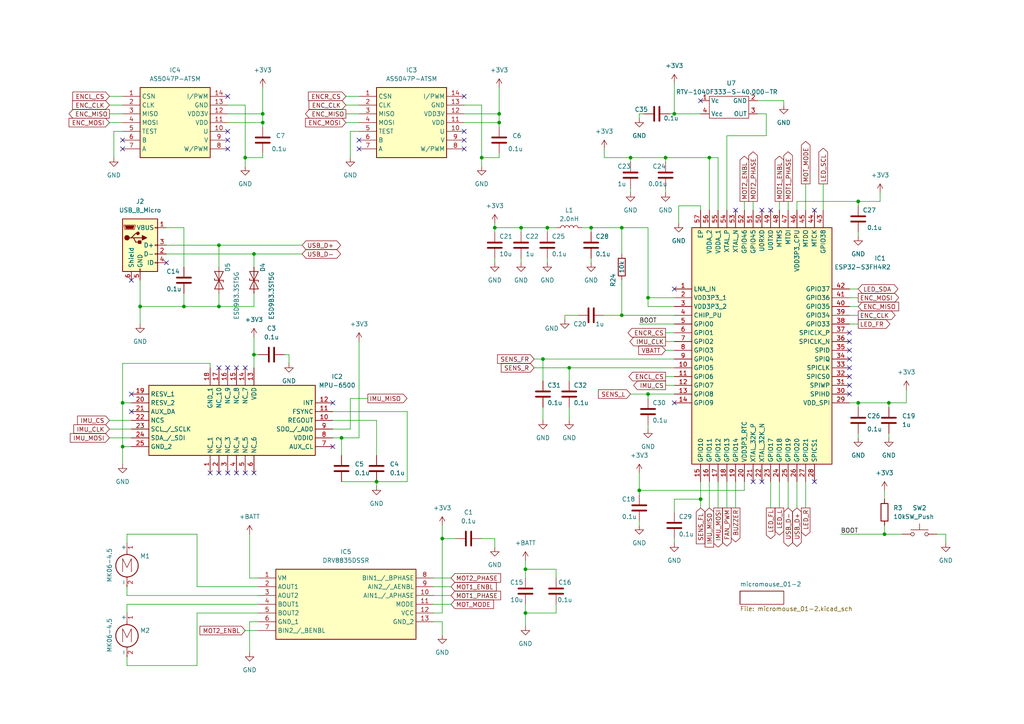
<source format=kicad_sch>
(kicad_sch (version 20230121) (generator eeschema)
  (paper "A4")
  (lib_symbols
    (symbol "AS5047P-ATSM:AS5047P-ATSM"
      (property "Reference" "IC" (at 26.67 7.62 0))
      (property "Value" "AS5047P-ATSM" (at 26.67 5.08 0))
      (symbol "AS5047P-ATSM_1_1"
        (pin passive line (at 0 0 0) (length 5.08) (name "CSN") (number "1"))
        (pin passive line (at 30.48 -10.16 180) (length 5.08) (name "U") (number "10"))
        (pin passive line (at 30.48 -7.62 180) (length 5.08) (name "VDD") (number "11"))
        (pin passive line (at 30.48 -5.08 180) (length 5.08) (name "VDD3V") (number "12"))
        (pin passive line (at 30.48 -2.54 180) (length 5.08) (name "GND") (number "13"))
        (pin passive line (at 30.48 0 180) (length 5.08) (name "I/PWM") (number "14"))
        (pin passive line (at 0 -2.54 0) (length 5.08) (name "CLK") (number "2"))
        (pin passive line (at 0 -5.08 0) (length 5.08) (name "MISO") (number "3"))
        (pin passive line (at 0 -7.62 0) (length 5.08) (name "MOSI") (number "4"))
        (pin passive line (at 0 -10.16 0) (length 5.08) (name "TEST") (number "5"))
        (pin passive line (at 0 -12.7 0) (length 5.08) (name "B") (number "6"))
        (pin passive line (at 0 -15.24 0) (length 5.08) (name "A") (number "7"))
        (pin passive line (at 30.48 -15.24 180) (length 5.08) (name "W/PWM") (number "8"))
        (pin passive line (at 30.48 -12.7 180) (length 5.08) (name "V") (number "9"))
      )
    )
    (symbol "Connector:USB_B_Micro" (pin_names (offset 1.016))
      (property "Reference" "J" (at -5.08 11.43 0))
      (property "Value" "USB_B_Micro" (at -5.08 8.89 0))
      (symbol "USB_B_Micro_1_1"
        (pin power_out line (at 7.62 5.08 180) (length 2.54) (name "VBUS") (number "1"))
        (pin bidirectional line (at 7.62 -2.54 180) (length 2.54) (name "D-") (number "2"))
        (pin bidirectional line (at 7.62 0 180) (length 2.54) (name "D+") (number "3"))
        (pin passive line (at 7.62 -5.08 180) (length 2.54) (name "ID") (number "4"))
        (pin power_out line (at 0 -10.16 90) (length 2.54) (name "GND") (number "5"))
        (pin passive line (at -2.54 -10.16 90) (length 2.54) (name "Shield") (number "6"))
      )
    )
    (symbol "DRV8835DSSR:DRV8835DSSR"
      (property "Reference" "IC" (at 46.99 7.62 0))
      (property "Value" "DRV8835DSSR" (at 46.99 5.08 0))
      (symbol "DRV8835DSSR_1_1"
        (pin passive line (at 0 0 0) (length 5.08) (name "VM") (number "1"))
        (pin passive line (at 50.8 -5.08 180) (length 5.08) (name "AIN1_/_APHASE") (number "10"))
        (pin passive line (at 50.8 -7.62 180) (length 5.08) (name "MODE") (number "11"))
        (pin passive line (at 50.8 -10.16 180) (length 5.08) (name "VCC") (number "12"))
        (pin passive line (at 50.8 -12.7 180) (length 5.08) (name "GND_2") (number "13"))
        (pin passive line (at 0 -2.54 0) (length 5.08) (name "AOUT1") (number "2"))
        (pin passive line (at 0 -5.08 0) (length 5.08) (name "AOUT2") (number "3"))
        (pin passive line (at 0 -7.62 0) (length 5.08) (name "BOUT1") (number "4"))
        (pin passive line (at 0 -10.16 0) (length 5.08) (name "BOUT2") (number "5"))
        (pin passive line (at 0 -12.7 0) (length 5.08) (name "GND_1") (number "6"))
        (pin passive line (at 0 -15.24 0) (length 5.08) (name "BIN2_/_BENBL") (number "7"))
        (pin passive line (at 50.8 0 180) (length 5.08) (name "BIN1_/_BPHASE") (number "8"))
        (pin passive line (at 50.8 -2.54 180) (length 5.08) (name "AIN2_/_AENBL") (number "9"))
      )
    )
    (symbol "Device:C" (pin_numbers hide) (pin_names (offset 0.254))
      (property "Reference" "C" (at 0.635 2.54 0))
      (property "Value" "C" (at 0.635 -2.54 0))
      (symbol "C_1_1"
        (pin passive line (at 0 3.81 270) (length 2.794) (name "~") (number "1"))
        (pin passive line (at 0 -3.81 90) (length 2.794) (name "~") (number "2"))
      )
    )
    (symbol "Device:L" (pin_numbers hide) (pin_names (offset 1.016) hide)
      (property "Reference" "L" (at -1.27 0 90))
      (property "Value" "L" (at 1.905 0 90))
      (symbol "L_1_1"
        (pin passive line (at 0 3.81 270) (length 1.27) (name "1") (number "1"))
        (pin passive line (at 0 -3.81 90) (length 1.27) (name "2") (number "2"))
      )
    )
    (symbol "Device:R" (pin_numbers hide) (pin_names (offset 0))
      (property "Reference" "R" (at 2.032 0 90))
      (property "Value" "R" (at 0 0 90))
      (symbol "R_1_1"
        (pin passive line (at 0 3.81 270) (length 1.27) (name "~") (number "1"))
        (pin passive line (at 0 -3.81 90) (length 1.27) (name "~") (number "2"))
      )
    )
    (symbol "Diode:ESD9B3.3ST5G" (pin_numbers hide) (pin_names (offset 1.016) hide)
      (property "Reference" "D" (at 0 2.54 0))
      (property "Value" "ESD9B3.3ST5G" (at 0 -2.54 0))
      (symbol "ESD9B3.3ST5G_1_1"
        (pin passive line (at -3.81 0 0) (length 2.54) (name "A1") (number "1"))
        (pin passive line (at 3.81 0 180) (length 2.54) (name "A2") (number "2"))
      )
    )
    (symbol "ESP32-S3FH4R2:ESP32-S3FH4R2"
      (property "Reference" "IC" (at 46.99 22.86 0))
      (property "Value" "ESP32-S3FH4R2" (at 46.99 20.32 0))
      (symbol "ESP32-S3FH4R2_1_1"
        (pin passive line (at 0 0 0) (length 5.08) (name "LNA_IN") (number "1"))
        (pin passive line (at 0 -22.86 0) (length 5.08) (name "GPIO5") (number "10"))
        (pin passive line (at 0 -25.4 0) (length 5.08) (name "GPIO6") (number "11"))
        (pin passive line (at 0 -27.94 0) (length 5.08) (name "GPIO7") (number "12"))
        (pin passive line (at 0 -30.48 0) (length 5.08) (name "GPIO8") (number "13"))
        (pin passive line (at 0 -33.02 0) (length 5.08) (name "GPIO9") (number "14"))
        (pin passive line (at 7.62 -55.88 90) (length 5.08) (name "GPIO10") (number "15"))
        (pin passive line (at 10.16 -55.88 90) (length 5.08) (name "GPIO11") (number "16"))
        (pin passive line (at 12.7 -55.88 90) (length 5.08) (name "GPIO12") (number "17"))
        (pin passive line (at 15.24 -55.88 90) (length 5.08) (name "GPIO13") (number "18"))
        (pin passive line (at 17.78 -55.88 90) (length 5.08) (name "GPIO14") (number "19"))
        (pin passive line (at 0 -2.54 0) (length 5.08) (name "VDD3P3_1") (number "2"))
        (pin passive line (at 20.32 -55.88 90) (length 5.08) (name "VDD3P3_RTC") (number "20"))
        (pin passive line (at 22.86 -55.88 90) (length 5.08) (name "XTAL_32K_P") (number "21"))
        (pin passive line (at 25.4 -55.88 90) (length 5.08) (name "XTAL_32K_N") (number "22"))
        (pin passive line (at 27.94 -55.88 90) (length 5.08) (name "GPIO17") (number "23"))
        (pin passive line (at 30.48 -55.88 90) (length 5.08) (name "GPIO18") (number "24"))
        (pin passive line (at 33.02 -55.88 90) (length 5.08) (name "GPIO19") (number "25"))
        (pin passive line (at 35.56 -55.88 90) (length 5.08) (name "GPIO20") (number "26"))
        (pin passive line (at 38.1 -55.88 90) (length 5.08) (name "GPIO21") (number "27"))
        (pin passive line (at 40.64 -55.88 90) (length 5.08) (name "SPICS1") (number "28"))
        (pin passive line (at 50.8 -33.02 180) (length 5.08) (name "VDD_SPI") (number "29"))
        (pin passive line (at 0 -5.08 0) (length 5.08) (name "VDD3P3_2") (number "3"))
        (pin passive line (at 50.8 -30.48 180) (length 5.08) (name "SPIHD") (number "30"))
        (pin passive line (at 50.8 -27.94 180) (length 5.08) (name "SPIWP") (number "31"))
        (pin passive line (at 50.8 -25.4 180) (length 5.08) (name "SPICS0") (number "32"))
        (pin passive line (at 50.8 -22.86 180) (length 5.08) (name "SPICLK") (number "33"))
        (pin passive line (at 50.8 -20.32 180) (length 5.08) (name "SPIQ") (number "34"))
        (pin passive line (at 50.8 -17.78 180) (length 5.08) (name "SPID") (number "35"))
        (pin passive line (at 50.8 -15.24 180) (length 5.08) (name "SPICLK_N") (number "36"))
        (pin passive line (at 50.8 -12.7 180) (length 5.08) (name "SPICLK_P") (number "37"))
        (pin passive line (at 50.8 -10.16 180) (length 5.08) (name "GPIO33") (number "38"))
        (pin passive line (at 50.8 -7.62 180) (length 5.08) (name "GPIO34") (number "39"))
        (pin passive line (at 0 -7.62 0) (length 5.08) (name "CHIP_PU") (number "4"))
        (pin passive line (at 50.8 -5.08 180) (length 5.08) (name "GPIO35") (number "40"))
        (pin passive line (at 50.8 -2.54 180) (length 5.08) (name "GPIO36") (number "41"))
        (pin passive line (at 50.8 0 180) (length 5.08) (name "GPIO37") (number "42"))
        (pin passive line (at 43.18 22.86 270) (length 5.08) (name "GPIO38") (number "43"))
        (pin passive line (at 40.64 22.86 270) (length 5.08) (name "MTCK") (number "44"))
        (pin passive line (at 38.1 22.86 270) (length 5.08) (name "MTDO") (number "45"))
        (pin passive line (at 35.56 22.86 270) (length 5.08) (name "VDD3P3_CPU") (number "46"))
        (pin passive line (at 33.02 22.86 270) (length 5.08) (name "MTDI") (number "47"))
        (pin passive line (at 30.48 22.86 270) (length 5.08) (name "MTMS") (number "48"))
        (pin passive line (at 27.94 22.86 270) (length 5.08) (name "U0TXD") (number "49"))
        (pin passive line (at 0 -10.16 0) (length 5.08) (name "GPIO0") (number "5"))
        (pin passive line (at 25.4 22.86 270) (length 5.08) (name "U0RXD") (number "50"))
        (pin passive line (at 22.86 22.86 270) (length 5.08) (name "GPIO45") (number "51"))
        (pin passive line (at 20.32 22.86 270) (length 5.08) (name "GPIO46") (number "52"))
        (pin passive line (at 17.78 22.86 270) (length 5.08) (name "XTAL_N") (number "53"))
        (pin passive line (at 15.24 22.86 270) (length 5.08) (name "XTAL_P") (number "54"))
        (pin passive line (at 12.7 22.86 270) (length 5.08) (name "VDDA_1") (number "55"))
        (pin passive line (at 10.16 22.86 270) (length 5.08) (name "VDDA_2") (number "56"))
        (pin passive line (at 7.62 22.86 270) (length 5.08) (name "EP") (number "57"))
        (pin passive line (at 0 -12.7 0) (length 5.08) (name "GPIO1") (number "6"))
        (pin passive line (at 0 -15.24 0) (length 5.08) (name "GPIO2") (number "7"))
        (pin passive line (at 0 -17.78 0) (length 5.08) (name "GPIO3") (number "8"))
        (pin passive line (at 0 -20.32 0) (length 5.08) (name "GPIO4") (number "9"))
      )
    )
    (symbol "MPU-6500:MPU-6500"
      (property "Reference" "IC" (at 26.67 22.86 0))
      (property "Value" "MPU-6500" (at 26.67 20.32 0))
      (symbol "MPU-6500_1_1"
        (pin passive line (at 0 0 0) (length 5.08) (name "NC_1") (number "1"))
        (pin passive line (at 15.24 -35.56 90) (length 5.08) (name "REGOUT") (number "10"))
        (pin passive line (at 17.78 -35.56 90) (length 5.08) (name "FSYNC") (number "11"))
        (pin passive line (at 20.32 -35.56 90) (length 5.08) (name "INT") (number "12"))
        (pin passive line (at 30.48 -12.7 180) (length 5.08) (name "VDD") (number "13"))
        (pin passive line (at 30.48 -10.16 180) (length 5.08) (name "NC_7") (number "14"))
        (pin passive line (at 30.48 -7.62 180) (length 5.08) (name "NC_8") (number "15"))
        (pin passive line (at 30.48 -5.08 180) (length 5.08) (name "NC_9") (number "16"))
        (pin passive line (at 30.48 -2.54 180) (length 5.08) (name "NC_10") (number "17"))
        (pin passive line (at 30.48 0 180) (length 5.08) (name "GND_1") (number "18"))
        (pin passive line (at 22.86 22.86 270) (length 5.08) (name "RESV_1") (number "19"))
        (pin passive line (at 0 -2.54 0) (length 5.08) (name "NC_2") (number "2"))
        (pin passive line (at 20.32 22.86 270) (length 5.08) (name "RESV_2") (number "20"))
        (pin passive line (at 17.78 22.86 270) (length 5.08) (name "AUX_DA") (number "21"))
        (pin passive line (at 15.24 22.86 270) (length 5.08) (name "NCS") (number "22"))
        (pin passive line (at 12.7 22.86 270) (length 5.08) (name "SCL_/_SCLK") (number "23"))
        (pin passive line (at 10.16 22.86 270) (length 5.08) (name "SDA_/_SDI") (number "24"))
        (pin passive line (at 7.62 22.86 270) (length 5.08) (name "GND_2") (number "25"))
        (pin passive line (at 0 -5.08 0) (length 5.08) (name "NC_3") (number "3"))
        (pin passive line (at 0 -7.62 0) (length 5.08) (name "NC_4") (number "4"))
        (pin passive line (at 0 -10.16 0) (length 5.08) (name "NC_5") (number "5"))
        (pin passive line (at 0 -12.7 0) (length 5.08) (name "NC_6") (number "6"))
        (pin passive line (at 7.62 -35.56 90) (length 5.08) (name "AUX_CL") (number "7"))
        (pin passive line (at 10.16 -35.56 90) (length 5.08) (name "VDDIO") (number "8"))
        (pin passive line (at 12.7 -35.56 90) (length 5.08) (name "SDO_/_AD0") (number "9"))
      )
    )
    (symbol "Motor:Motor_DC" (pin_names (offset 0))
      (property "Reference" "M" (at 2.54 2.54 0))
      (property "Value" "Motor_DC" (at 2.54 -5.08 0))
      (symbol "Motor_DC_1_1"
        (pin passive line (at 0 5.08 270) (length 2.54) (name "+") (number "1"))
        (pin passive line (at 0 -7.62 90) (length 2.54) (name "-") (number "2"))
      )
    )
    (symbol "RTV-104DF333-S-40.000-TR:RTV-104DF333-S-40.000-TR"
      (property "Reference" "U7" (at 1.27 5.08 0))
      (symbol "RTV-104DF333-S-40.000-TR_1_1"
        (pin input line (at -7.62 0 0) (length 2.54) (name "Vc") (number "1"))
        (pin input line (at 8.89 0 180) (length 2.54) (name "GND") (number "2"))
        (pin input line (at 8.89 -3.81 180) (length 2.54) (name "OUT") (number "3"))
        (pin input line (at -7.62 -3.81 0) (length 2.54) (name "Vcc") (number "4"))
      )
    )
    (symbol "Switch:SW_Push" (pin_numbers hide) (pin_names (offset 1.016) hide)
      (property "Reference" "SW" (at 1.27 2.54 0))
      (property "Value" "SW_Push" (at 0 -1.524 0))
      (symbol "SW_Push_0_1"
        (pin passive line (at -5.08 0 0) (length 2.54) (name "1") (number "1"))
        (pin passive line (at 5.08 0 180) (length 2.54) (name "2") (number "2"))
      )
    )
    (symbol "power:+3V3" (power) (pin_names (offset 0))
      (property "Value" "+3V3" (at 0 3.556 0))
      (symbol "+3V3_1_1"
        (pin power_in line (at 0 0 90) (length 0) hide (name "+3V3") (number "1"))
      )
    )
    (symbol "power:+BATT" (power) (pin_names (offset 0))
      (property "Value" "+BATT" (at 0 3.556 0))
      (symbol "+BATT_1_1"
        (pin power_in line (at 0 0 90) (length 0) hide (name "+BATT") (number "1"))
      )
    )
    (symbol "power:GND" (power) (pin_names (offset 0))
      (property "Value" "GND" (at 0 -3.81 0))
      (symbol "GND_1_1"
        (pin power_in line (at 0 0 270) (length 0) hide (name "GND") (number "1"))
      )
    )
  )
  (junction (at 143.51 66.04))
  (junction (at 35.56 116.84))
  (junction (at 144.78 33.02))
  (junction (at 195.58 33.02))
  (junction (at 256.54 154.94))
  (junction (at 203.2 144.78))
  (junction (at 71.12 45.72))
  (junction (at 158.75 66.04))
  (junction (at 139.7 45.72))
  (junction (at 180.34 91.44))
  (junction (at 76.2 35.56))
  (junction (at 165.1 106.68))
  (junction (at 35.56 129.54))
  (junction (at 187.96 86.36))
  (junction (at 63.5 71.12))
  (junction (at 257.81 116.84))
  (junction (at 73.66 73.66))
  (junction (at 76.2 33.02))
  (junction (at 128.27 156.21))
  (junction (at 180.34 66.04))
  (junction (at 53.34 88.9))
  (junction (at 40.64 88.9))
  (junction (at 185.42 142.24))
  (junction (at 63.5 88.9))
  (junction (at 151.13 66.04))
  (junction (at 248.92 116.84))
  (junction (at 109.22 139.7))
  (junction (at 193.04 45.72))
  (junction (at 73.66 102.87))
  (junction (at 171.45 66.04))
  (junction (at 152.4 177.8))
  (junction (at 99.06 127))
  (junction (at 248.92 58.42))
  (junction (at 152.4 165.1))
  (junction (at 187.96 114.3))
  (junction (at 144.78 35.56))
  (junction (at 157.48 104.14))
  (junction (at 205.74 45.72))
  (junction (at 182.88 45.72))
  (no_connect (at 246.38 104.14))
  (no_connect (at 246.38 114.3))
  (no_connect (at 246.38 99.06))
  (no_connect (at 220.98 60.96))
  (no_connect (at 96.52 116.84))
  (no_connect (at 203.2 29.21))
  (no_connect (at 66.04 106.68))
  (no_connect (at 96.52 129.54))
  (no_connect (at 73.66 137.16))
  (no_connect (at 66.04 43.18))
  (no_connect (at 236.22 139.7))
  (no_connect (at 68.58 106.68))
  (no_connect (at 223.52 60.96))
  (no_connect (at 60.96 137.16))
  (no_connect (at 134.62 27.94))
  (no_connect (at 246.38 109.22))
  (no_connect (at 66.04 27.94))
  (no_connect (at 71.12 137.16))
  (no_connect (at 246.38 111.76))
  (no_connect (at 236.22 60.96))
  (no_connect (at 134.62 38.1))
  (no_connect (at 246.38 96.52))
  (no_connect (at 66.04 40.64))
  (no_connect (at 68.58 137.16))
  (no_connect (at 63.5 106.68))
  (no_connect (at 66.04 38.1))
  (no_connect (at 66.04 137.16))
  (no_connect (at 38.1 114.3))
  (no_connect (at 246.38 106.68))
  (no_connect (at 195.58 83.82))
  (no_connect (at 35.56 43.18))
  (no_connect (at 218.44 139.7))
  (no_connect (at 63.5 137.16))
  (no_connect (at 213.36 60.96))
  (no_connect (at 220.98 139.7))
  (no_connect (at 38.1 119.38))
  (no_connect (at 134.62 40.64))
  (no_connect (at 246.38 101.6))
  (no_connect (at 104.14 40.64))
  (no_connect (at 48.26 76.2))
  (no_connect (at 35.56 40.64))
  (no_connect (at 71.12 106.68))
  (no_connect (at 38.1 81.28))
  (no_connect (at 104.14 43.18))
  (no_connect (at 134.62 43.18))
  (no_connect (at 195.58 116.84))
  (wire (pts (xy 139.7 156.21) (xy 143.51 156.21)))
  (wire (pts (xy 248.92 127) (xy 248.92 125.73)))
  (wire (pts (xy 203.2 144.78) (xy 203.2 147.32)))
  (wire (pts (xy 182.88 54.61) (xy 182.88 55.88)))
  (wire (pts (xy 151.13 67.31) (xy 151.13 66.04)))
  (wire (pts (xy 152.4 165.1) (xy 152.4 167.64)))
  (wire (pts (xy 203.2 59.69) (xy 203.2 60.96)))
  (wire (pts (xy 196.85 59.69) (xy 196.85 64.77)))
  (wire (pts (xy 154.94 106.68) (xy 165.1 106.68)))
  (wire (pts (xy 219.71 33.02) (xy 222.25 33.02)))
  (wire (pts (xy 109.22 121.92) (xy 96.52 121.92)))
  (wire (pts (xy 163.83 91.44) (xy 167.64 91.44)))
  (wire (pts (xy 203.2 139.7) (xy 203.2 144.78)))
  (wire (pts (xy 35.56 129.54) (xy 35.56 134.62)))
  (wire (pts (xy 125.73 167.64) (xy 130.81 167.64)))
  (wire (pts (xy 158.75 66.04) (xy 161.29 66.04)))
  (wire (pts (xy 100.33 30.48) (xy 104.14 30.48)))
  (wire (pts (xy 101.6 115.57) (xy 101.6 124.46)))
  (wire (pts (xy 31.75 35.56) (xy 35.56 35.56)))
  (wire (pts (xy 248.92 118.11) (xy 248.92 116.84)))
  (wire (pts (xy 73.66 102.87) (xy 73.66 106.68)))
  (wire (pts (xy 63.5 88.9) (xy 73.66 88.9)))
  (wire (pts (xy 215.9 58.42) (xy 215.9 60.96)))
  (wire (pts (xy 128.27 180.34) (xy 128.27 184.15)))
  (wire (pts (xy 168.91 66.04) (xy 171.45 66.04)))
  (wire (pts (xy 134.62 35.56) (xy 144.78 35.56)))
  (wire (pts (xy 186.69 33.02) (xy 185.42 33.02)))
  (wire (pts (xy 205.74 139.7) (xy 205.74 147.32)))
  (wire (pts (xy 175.26 43.18) (xy 175.26 45.72)))
  (wire (pts (xy 101.6 38.1) (xy 101.6 45.72)))
  (wire (pts (xy 96.52 119.38) (xy 118.11 119.38)))
  (wire (pts (xy 215.9 142.24) (xy 215.9 139.7)))
  (wire (pts (xy 118.11 139.7) (xy 109.22 139.7)))
  (wire (pts (xy 71.12 45.72) (xy 76.2 45.72)))
  (wire (pts (xy 154.94 104.14) (xy 157.48 104.14)))
  (wire (pts (xy 40.64 88.9) (xy 40.64 93.98)))
  (wire (pts (xy 33.02 38.1) (xy 33.02 45.72)))
  (wire (pts (xy 193.04 45.72) (xy 193.04 46.99)))
  (wire (pts (xy 175.26 91.44) (xy 180.34 91.44)))
  (wire (pts (xy 104.14 99.06) (xy 104.14 127)))
  (wire (pts (xy 231.14 58.42) (xy 231.14 60.96)))
  (wire (pts (xy 246.38 88.9) (xy 248.92 88.9)))
  (wire (pts (xy 60.96 105.41) (xy 35.56 105.41)))
  (wire (pts (xy 171.45 67.31) (xy 171.45 66.04)))
  (wire (pts (xy 187.96 88.9) (xy 195.58 88.9)))
  (wire (pts (xy 152.4 177.8) (xy 152.4 181.61)))
  (wire (pts (xy 76.2 36.83) (xy 76.2 35.56)))
  (wire (pts (xy 195.58 144.78) (xy 203.2 144.78)))
  (wire (pts (xy 53.34 88.9) (xy 63.5 88.9)))
  (wire (pts (xy 125.73 172.72) (xy 130.81 172.72)))
  (wire (pts (xy 233.68 139.7) (xy 233.68 147.32)))
  (wire (pts (xy 76.2 33.02) (xy 76.2 35.56)))
  (wire (pts (xy 63.5 71.12) (xy 63.5 77.47)))
  (wire (pts (xy 73.66 97.79) (xy 73.66 102.87)))
  (wire (pts (xy 57.15 170.18) (xy 74.93 170.18)))
  (wire (pts (xy 195.58 24.13) (xy 195.58 33.02)))
  (wire (pts (xy 57.15 154.94) (xy 36.83 154.94)))
  (wire (pts (xy 187.96 114.3) (xy 195.58 114.3)))
  (wire (pts (xy 31.75 30.48) (xy 35.56 30.48)))
  (wire (pts (xy 210.82 139.7) (xy 210.82 147.32)))
  (wire (pts (xy 139.7 45.72) (xy 144.78 45.72)))
  (wire (pts (xy 203.2 33.02) (xy 195.58 33.02)))
  (wire (pts (xy 128.27 152.4) (xy 128.27 156.21)))
  (wire (pts (xy 31.75 127) (xy 38.1 127)))
  (wire (pts (xy 36.83 172.72) (xy 74.93 172.72)))
  (wire (pts (xy 238.76 53.34) (xy 238.76 60.96)))
  (wire (pts (xy 161.29 177.8) (xy 152.4 177.8)))
  (wire (pts (xy 31.75 121.92) (xy 38.1 121.92)))
  (wire (pts (xy 231.14 58.42) (xy 248.92 58.42)))
  (wire (pts (xy 257.81 116.84) (xy 262.89 116.84)))
  (wire (pts (xy 99.06 127) (xy 99.06 132.08)))
  (wire (pts (xy 35.56 129.54) (xy 38.1 129.54)))
  (wire (pts (xy 208.28 139.7) (xy 208.28 147.32)))
  (wire (pts (xy 72.39 180.34) (xy 74.93 180.34)))
  (wire (pts (xy 187.96 86.36) (xy 195.58 86.36)))
  (wire (pts (xy 219.71 29.21) (xy 227.33 29.21)))
  (wire (pts (xy 31.75 33.02) (xy 35.56 33.02)))
  (wire (pts (xy 161.29 165.1) (xy 152.4 165.1)))
  (wire (pts (xy 144.78 33.02) (xy 144.78 35.56)))
  (wire (pts (xy 193.04 96.52) (xy 195.58 96.52)))
  (wire (pts (xy 256.54 154.94) (xy 261.62 154.94)))
  (wire (pts (xy 35.56 116.84) (xy 35.56 129.54)))
  (wire (pts (xy 248.92 116.84) (xy 257.81 116.84)))
  (wire (pts (xy 233.68 53.34) (xy 233.68 60.96)))
  (wire (pts (xy 193.04 109.22) (xy 195.58 109.22)))
  (wire (pts (xy 194.31 33.02) (xy 195.58 33.02)))
  (wire (pts (xy 151.13 74.93) (xy 151.13 76.2)))
  (wire (pts (xy 125.73 177.8) (xy 128.27 177.8)))
  (wire (pts (xy 165.1 118.11) (xy 165.1 121.92)))
  (wire (pts (xy 152.4 175.26) (xy 152.4 177.8)))
  (wire (pts (xy 262.89 113.03) (xy 262.89 116.84)))
  (wire (pts (xy 187.96 86.36) (xy 187.96 88.9)))
  (wire (pts (xy 63.5 85.09) (xy 63.5 88.9)))
  (wire (pts (xy 182.88 114.3) (xy 187.96 114.3)))
  (wire (pts (xy 187.96 124.46) (xy 187.96 123.19)))
  (wire (pts (xy 48.26 73.66) (xy 73.66 73.66)))
  (wire (pts (xy 134.62 33.02) (xy 144.78 33.02)))
  (wire (pts (xy 228.6 58.42) (xy 228.6 60.96)))
  (wire (pts (xy 144.78 25.4) (xy 144.78 33.02)))
  (wire (pts (xy 100.33 35.56) (xy 104.14 35.56)))
  (wire (pts (xy 157.48 104.14) (xy 195.58 104.14)))
  (wire (pts (xy 246.38 86.36) (xy 248.92 86.36)))
  (wire (pts (xy 213.36 139.7) (xy 213.36 147.32)))
  (wire (pts (xy 76.2 44.45) (xy 76.2 45.72)))
  (wire (pts (xy 72.39 180.34) (xy 72.39 189.23)))
  (wire (pts (xy 255.27 55.88) (xy 255.27 58.42)))
  (wire (pts (xy 71.12 48.26) (xy 71.12 45.72)))
  (wire (pts (xy 256.54 152.4) (xy 256.54 154.94)))
  (wire (pts (xy 66.04 35.56) (xy 76.2 35.56)))
  (wire (pts (xy 180.34 66.04) (xy 180.34 73.66)))
  (wire (pts (xy 223.52 139.7) (xy 223.52 147.32)))
  (wire (pts (xy 57.15 177.8) (xy 57.15 193.04)))
  (wire (pts (xy 256.54 142.24) (xy 256.54 144.78)))
  (wire (pts (xy 125.73 175.26) (xy 130.81 175.26)))
  (wire (pts (xy 36.83 175.26) (xy 36.83 177.8)))
  (wire (pts (xy 158.75 67.31) (xy 158.75 66.04)))
  (wire (pts (xy 180.34 91.44) (xy 195.58 91.44)))
  (wire (pts (xy 271.78 154.94) (xy 274.32 154.94)))
  (wire (pts (xy 106.68 115.57) (xy 101.6 115.57)))
  (wire (pts (xy 36.83 170.18) (xy 36.83 172.72)))
  (wire (pts (xy 40.64 88.9) (xy 53.34 88.9)))
  (wire (pts (xy 128.27 156.21) (xy 132.08 156.21)))
  (wire (pts (xy 48.26 66.04) (xy 53.34 66.04)))
  (wire (pts (xy 63.5 71.12) (xy 87.63 71.12)))
  (wire (pts (xy 72.39 154.94) (xy 72.39 167.64)))
  (wire (pts (xy 57.15 154.94) (xy 57.15 170.18)))
  (wire (pts (xy 101.6 124.46) (xy 96.52 124.46)))
  (wire (pts (xy 274.32 154.94) (xy 274.32 157.48)))
  (wire (pts (xy 66.04 33.02) (xy 76.2 33.02)))
  (wire (pts (xy 193.04 101.6) (xy 195.58 101.6)))
  (wire (pts (xy 128.27 156.21) (xy 128.27 177.8)))
  (wire (pts (xy 35.56 105.41) (xy 35.56 116.84)))
  (wire (pts (xy 185.42 33.02) (xy 185.42 34.29)))
  (wire (pts (xy 152.4 162.56) (xy 152.4 165.1)))
  (wire (pts (xy 73.66 73.66) (xy 73.66 77.47)))
  (wire (pts (xy 246.38 91.44) (xy 248.92 91.44)))
  (wire (pts (xy 100.33 33.02) (xy 104.14 33.02)))
  (wire (pts (xy 227.33 29.21) (xy 227.33 30.48)))
  (wire (pts (xy 243.84 154.94) (xy 256.54 154.94)))
  (wire (pts (xy 187.96 66.04) (xy 187.96 86.36)))
  (wire (pts (xy 257.81 118.11) (xy 257.81 116.84)))
  (wire (pts (xy 83.82 102.87) (xy 83.82 105.41)))
  (wire (pts (xy 193.04 45.72) (xy 205.74 45.72)))
  (wire (pts (xy 222.25 33.02) (xy 222.25 39.37)))
  (wire (pts (xy 165.1 106.68) (xy 165.1 110.49)))
  (wire (pts (xy 57.15 177.8) (xy 74.93 177.8)))
  (wire (pts (xy 246.38 93.98) (xy 248.92 93.98)))
  (wire (pts (xy 185.42 142.24) (xy 215.9 142.24)))
  (wire (pts (xy 96.52 127) (xy 99.06 127)))
  (wire (pts (xy 134.62 30.48) (xy 139.7 30.48)))
  (wire (pts (xy 31.75 124.46) (xy 38.1 124.46)))
  (wire (pts (xy 231.14 139.7) (xy 231.14 147.32)))
  (wire (pts (xy 210.82 39.37) (xy 210.82 60.96)))
  (wire (pts (xy 143.51 67.31) (xy 143.51 66.04)))
  (wire (pts (xy 182.88 45.72) (xy 182.88 46.99)))
  (wire (pts (xy 180.34 66.04) (xy 187.96 66.04)))
  (wire (pts (xy 193.04 99.06) (xy 195.58 99.06)))
  (wire (pts (xy 53.34 85.09) (xy 53.34 88.9)))
  (wire (pts (xy 143.51 156.21) (xy 143.51 158.75)))
  (wire (pts (xy 248.92 58.42) (xy 255.27 58.42)))
  (wire (pts (xy 158.75 74.93) (xy 158.75 76.2)))
  (wire (pts (xy 228.6 139.7) (xy 228.6 147.32)))
  (wire (pts (xy 185.42 137.16) (xy 185.42 142.24)))
  (wire (pts (xy 208.28 45.72) (xy 208.28 60.96)))
  (wire (pts (xy 125.73 180.34) (xy 128.27 180.34)))
  (wire (pts (xy 40.64 81.28) (xy 40.64 88.9)))
  (wire (pts (xy 31.75 27.94) (xy 35.56 27.94)))
  (wire (pts (xy 72.39 167.64) (xy 74.93 167.64)))
  (wire (pts (xy 71.12 30.48) (xy 71.12 45.72)))
  (wire (pts (xy 73.66 102.87) (xy 74.93 102.87)))
  (wire (pts (xy 226.06 139.7) (xy 226.06 147.32)))
  (wire (pts (xy 218.44 58.42) (xy 218.44 60.96)))
  (wire (pts (xy 163.83 92.71) (xy 163.83 91.44)))
  (wire (pts (xy 48.26 71.12) (xy 63.5 71.12)))
  (wire (pts (xy 139.7 48.26) (xy 139.7 45.72)))
  (wire (pts (xy 222.25 39.37) (xy 210.82 39.37)))
  (wire (pts (xy 82.55 102.87) (xy 83.82 102.87)))
  (wire (pts (xy 208.28 45.72) (xy 205.74 45.72)))
  (wire (pts (xy 99.06 139.7) (xy 109.22 139.7)))
  (wire (pts (xy 193.04 111.76) (xy 195.58 111.76)))
  (wire (pts (xy 185.42 151.13) (xy 185.42 152.4)))
  (wire (pts (xy 118.11 119.38) (xy 118.11 139.7)))
  (wire (pts (xy 246.38 116.84) (xy 248.92 116.84)))
  (wire (pts (xy 161.29 167.64) (xy 161.29 165.1)))
  (wire (pts (xy 143.51 74.93) (xy 143.51 76.2)))
  (wire (pts (xy 109.22 139.7) (xy 109.22 140.97)))
  (wire (pts (xy 35.56 116.84) (xy 38.1 116.84)))
  (wire (pts (xy 248.92 59.69) (xy 248.92 58.42)))
  (wire (pts (xy 73.66 73.66) (xy 87.63 73.66)))
  (wire (pts (xy 195.58 144.78) (xy 195.58 148.59)))
  (wire (pts (xy 99.06 127) (xy 104.14 127)))
  (wire (pts (xy 53.34 77.47) (xy 53.34 66.04)))
  (wire (pts (xy 36.83 154.94) (xy 36.83 157.48)))
  (wire (pts (xy 171.45 66.04) (xy 180.34 66.04)))
  (wire (pts (xy 161.29 175.26) (xy 161.29 177.8)))
  (wire (pts (xy 73.66 85.09) (xy 73.66 88.9)))
  (wire (pts (xy 248.92 67.31) (xy 248.92 68.58)))
  (wire (pts (xy 109.22 132.08) (xy 109.22 121.92)))
  (wire (pts (xy 144.78 35.56) (xy 144.78 36.83)))
  (wire (pts (xy 187.96 115.57) (xy 187.96 114.3)))
  (wire (pts (xy 144.78 45.72) (xy 144.78 44.45)))
  (wire (pts (xy 185.42 142.24) (xy 185.42 143.51)))
  (wire (pts (xy 165.1 106.68) (xy 195.58 106.68)))
  (wire (pts (xy 36.83 193.04) (xy 57.15 193.04)))
  (wire (pts (xy 257.81 127) (xy 257.81 125.73)))
  (wire (pts (xy 157.48 118.11) (xy 157.48 121.92)))
  (wire (pts (xy 66.04 30.48) (xy 71.12 30.48)))
  (wire (pts (xy 182.88 45.72) (xy 193.04 45.72)))
  (wire (pts (xy 143.51 66.04) (xy 151.13 66.04)))
  (wire (pts (xy 100.33 27.94) (xy 104.14 27.94)))
  (wire (pts (xy 171.45 74.93) (xy 171.45 76.2)))
  (wire (pts (xy 226.06 58.42) (xy 226.06 60.96)))
  (wire (pts (xy 180.34 81.28) (xy 180.34 91.44)))
  (wire (pts (xy 101.6 38.1) (xy 104.14 38.1)))
  (wire (pts (xy 193.04 54.61) (xy 193.04 55.88)))
  (wire (pts (xy 143.51 66.04) (xy 143.51 64.77)))
  (wire (pts (xy 175.26 45.72) (xy 182.88 45.72)))
  (wire (pts (xy 36.83 175.26) (xy 74.93 175.26)))
  (wire (pts (xy 157.48 104.14) (xy 157.48 110.49)))
  (wire (pts (xy 185.42 93.98) (xy 195.58 93.98)))
  (wire (pts (xy 203.2 59.69) (xy 196.85 59.69)))
  (wire (pts (xy 195.58 156.21) (xy 195.58 157.48)))
  (wire (pts (xy 139.7 30.48) (xy 139.7 45.72)))
  (wire (pts (xy 36.83 190.5) (xy 36.83 193.04)))
  (wire (pts (xy 35.56 38.1) (xy 33.02 38.1)))
  (wire (pts (xy 71.12 182.88) (xy 74.93 182.88)))
  (wire (pts (xy 60.96 105.41) (xy 60.96 106.68)))
  (wire (pts (xy 246.38 83.82) (xy 248.92 83.82)))
  (wire (pts (xy 76.2 25.4) (xy 76.2 33.02)))
  (wire (pts (xy 125.73 170.18) (xy 130.81 170.18)))
  (wire (pts (xy 151.13 66.04) (xy 158.75 66.04)))
  (wire (pts (xy 205.74 45.72) (xy 205.74 60.96)))
  (label "BOOT" (at 243.84 154.94 0))
  (label "BOOT" (at 185.42 93.98 0))
  (global_label "SENS_FR" (shape input) (at 154.94 104.14 180) (property "Intersheetrefs" "${INTERSHEET_REFS}" (effects hide)))
  (global_label "MOT2_ENBL" (shape output) (at 215.9 58.42 90) (property "Intersheetrefs" "${INTERSHEET_REFS}" (effects hide)))
  (global_label "ENC_MOSI" (shape output) (at 248.92 86.36 0) (property "Intersheetrefs" "${INTERSHEET_REFS}" (effects hide)))
  (global_label "IMU_CS" (shape output) (at 193.04 111.76 180) (property "Intersheetrefs" "${INTERSHEET_REFS}" (effects hide)))
  (global_label "LED_R" (shape output) (at 233.68 147.32 270) (property "Intersheetrefs" "${INTERSHEET_REFS}" (effects hide)))
  (global_label "SENS_FL" (shape input) (at 203.2 147.32 270) (property "Intersheetrefs" "${INTERSHEET_REFS}" (effects hide)))
  (global_label "MOT1_PHASE" (shape output) (at 228.6 58.42 90) (property "Intersheetrefs" "${INTERSHEET_REFS}" (effects hide)))
  (global_label "MOT_MODE" (shape output) (at 233.68 53.34 90) (property "Intersheetrefs" "${INTERSHEET_REFS}" (effects hide)))
  (global_label "USB_D+" (shape bidirectional) (at 231.14 147.32 270) (property "Intersheetrefs" "${INTERSHEET_REFS}" (effects hide)))
  (global_label "IMU_CLK" (shape input) (at 31.75 124.46 180) (property "Intersheetrefs" "${INTERSHEET_REFS}" (effects hide)))
  (global_label "SENS_R" (shape input) (at 154.94 106.68 180) (property "Intersheetrefs" "${INTERSHEET_REFS}" (effects hide)))
  (global_label "FAN_PWM" (shape output) (at 210.82 147.32 270) (property "Intersheetrefs" "${INTERSHEET_REFS}" (effects hide)))
  (global_label "ENC_MOSI" (shape input) (at 100.33 35.56 180) (property "Intersheetrefs" "${INTERSHEET_REFS}" (effects hide)))
  (global_label "IMU_MISO" (shape output) (at 106.68 115.57 0) (property "Intersheetrefs" "${INTERSHEET_REFS}" (effects hide)))
  (global_label "LED_SCL" (shape output) (at 238.76 53.34 90) (property "Intersheetrefs" "${INTERSHEET_REFS}" (effects hide)))
  (global_label "IMU_MOSI" (shape output) (at 208.28 147.32 270) (property "Intersheetrefs" "${INTERSHEET_REFS}" (effects hide)))
  (global_label "MOT2_ENBL" (shape input) (at 71.12 182.88 180) (property "Intersheetrefs" "${INTERSHEET_REFS}" (effects hide)))
  (global_label "USB_D-" (shape bidirectional) (at 87.63 73.66 0) (property "Intersheetrefs" "${INTERSHEET_REFS}" (effects hide)))
  (global_label "BUZZER" (shape output) (at 213.36 147.32 270) (property "Intersheetrefs" "${INTERSHEET_REFS}" (effects hide)))
  (global_label "MOT1_ENBL" (shape input) (at 130.81 170.18 0) (property "Intersheetrefs" "${INTERSHEET_REFS}" (effects hide)))
  (global_label "LED_FR" (shape output) (at 248.92 93.98 0) (property "Intersheetrefs" "${INTERSHEET_REFS}" (effects hide)))
  (global_label "MOT2_PHASE" (shape output) (at 218.44 58.42 90) (property "Intersheetrefs" "${INTERSHEET_REFS}" (effects hide)))
  (global_label "LED_L" (shape output) (at 226.06 147.32 270) (property "Intersheetrefs" "${INTERSHEET_REFS}" (effects hide)))
  (global_label "ENC_MOSI" (shape input) (at 31.75 35.56 180) (property "Intersheetrefs" "${INTERSHEET_REFS}" (effects hide)))
  (global_label "MOT_MODE" (shape input) (at 130.81 175.26 0) (property "Intersheetrefs" "${INTERSHEET_REFS}" (effects hide)))
  (global_label "ENCL_CS" (shape input) (at 31.75 27.94 180) (property "Intersheetrefs" "${INTERSHEET_REFS}" (effects hide)))
  (global_label "SENS_L" (shape input) (at 182.88 114.3 180) (property "Intersheetrefs" "${INTERSHEET_REFS}" (effects hide)))
  (global_label "ENCR_CS" (shape output) (at 193.04 96.52 180) (property "Intersheetrefs" "${INTERSHEET_REFS}" (effects hide)))
  (global_label "MOT1_ENBL" (shape output) (at 226.06 58.42 90) (property "Intersheetrefs" "${INTERSHEET_REFS}" (effects hide)))
  (global_label "ENC_MISO" (shape output) (at 31.75 33.02 180) (property "Intersheetrefs" "${INTERSHEET_REFS}" (effects hide)))
  (global_label "LED_SDA" (shape bidirectional) (at 248.92 83.82 0) (property "Intersheetrefs" "${INTERSHEET_REFS}" (effects hide)))
  (global_label "IMU_CLK" (shape output) (at 193.04 99.06 180) (property "Intersheetrefs" "${INTERSHEET_REFS}" (effects hide)))
  (global_label "ENC_MISO" (shape output) (at 100.33 33.02 180) (property "Intersheetrefs" "${INTERSHEET_REFS}" (effects hide)))
  (global_label "MOT1_PHASE" (shape input) (at 130.81 172.72 0) (property "Intersheetrefs" "${INTERSHEET_REFS}" (effects hide)))
  (global_label "USB_D-" (shape bidirectional) (at 228.6 147.32 270) (property "Intersheetrefs" "${INTERSHEET_REFS}" (effects hide)))
  (global_label "USB_D+" (shape bidirectional) (at 87.63 71.12 0) (property "Intersheetrefs" "${INTERSHEET_REFS}" (effects hide)))
  (global_label "VBATT" (shape input) (at 193.04 101.6 180) (property "Intersheetrefs" "${INTERSHEET_REFS}" (effects hide)))
  (global_label "ENC_MISO" (shape input) (at 248.92 88.9 0) (property "Intersheetrefs" "${INTERSHEET_REFS}" (effects hide)))
  (global_label "IMU_MISO" (shape input) (at 205.74 147.32 270) (property "Intersheetrefs" "${INTERSHEET_REFS}" (effects hide)))
  (global_label "ENCL_CS" (shape output) (at 193.04 109.22 180) (property "Intersheetrefs" "${INTERSHEET_REFS}" (effects hide)))
  (global_label "LED_FL" (shape output) (at 223.52 147.32 270) (property "Intersheetrefs" "${INTERSHEET_REFS}" (effects hide)))
  (global_label "ENC_CLK" (shape input) (at 31.75 30.48 180) (property "Intersheetrefs" "${INTERSHEET_REFS}" (effects hide)))
  (global_label "IMU_MOSI" (shape input) (at 31.75 127 180) (property "Intersheetrefs" "${INTERSHEET_REFS}" (effects hide)))
  (global_label "ENC_CLK" (shape output) (at 248.92 91.44 0) (property "Intersheetrefs" "${INTERSHEET_REFS}" (effects hide)))
  (global_label "IMU_CS" (shape input) (at 31.75 121.92 180) (property "Intersheetrefs" "${INTERSHEET_REFS}" (effects hide)))
  (global_label "ENC_CLK" (shape input) (at 100.33 30.48 180) (property "Intersheetrefs" "${INTERSHEET_REFS}" (effects hide)))
  (global_label "MOT2_PHASE" (shape input) (at 130.81 167.64 0) (property "Intersheetrefs" "${INTERSHEET_REFS}" (effects hide)))
  (global_label "ENCR_CS" (shape input) (at 100.33 27.94 180) (property "Intersheetrefs" "${INTERSHEET_REFS}" (effects hide)))
  (symbol (lib_id "Device:C") (at 248.92 121.92 0) (unit 1)
    (property "Reference" "C26" (at 251.46 120.65 0) (effects (justify left)))
    (property "Value" "0.1u" (at 251.46 124.46 0) (effects (justify left)))
    (property "Footprint" "Capacitor_SMD:C_0402_1005Metric" (effects hide))
  )
  (symbol (lib_id "power:+3V3") (at 262.89 113.03 0) (unit 1)
    (property "Reference" "#PWR041" (effects hide))
    (property "Value" "+3V3" (at 262.89 107.95 0))
  )
  (symbol (lib_id "power:+BATT") (at 72.39 154.94 0) (unit 1)
    (property "Reference" "#PWR05" (effects hide))
    (property "Value" "+BATT" (at 72.39 149.86 0))
  )
  (symbol (lib_id "power:+3V3") (at 73.66 97.79 0) (unit 1)
    (property "Reference" "#PWR09" (effects hide))
    (property "Value" "+3V3" (at 73.66 92.71 0))
  )
  (symbol (lib_id "power:+3V3") (at 185.42 137.16 0) (unit 1)
    (property "Reference" "#PWR040" (effects hide))
    (property "Value" "+3V3" (at 185.42 132.08 0))
  )
  (symbol (lib_id "Device:C") (at 193.04 50.8 0) (unit 1)
    (property "Reference" "C24" (at 189.23 48.26 0) (effects (justify left)))
    (property "Value" "0.01u" (at 187.96 53.34 0) (effects (justify left)))
    (property "Footprint" "Capacitor_SMD:C_0402_1005Metric" (effects hide))
  )
  (symbol (lib_id "Device:C") (at 143.51 71.12 0) (unit 1)
    (property "Reference" "C21" (at 144.78 68.58 0) (effects (justify left)))
    (property "Value" "10u" (at 144.78 73.66 0) (effects (justify left)))
    (property "Footprint" "Capacitor_SMD:C_0603_1608Metric" (effects hide))
  )
  (symbol (lib_id "power:GND") (at 193.04 55.88 0) (unit 1)
    (property "Reference" "#PWR052" (effects hide))
    (property "Value" "GND" (at 193.04 60.96 0))
  )
  (symbol (lib_id "Device:C") (at 248.92 63.5 0) (unit 1)
    (property "Reference" "C27" (at 250.19 60.96 0) (effects (justify left)))
    (property "Value" "0.1u" (at 251.46 66.04 0) (effects (justify left)))
    (property "Footprint" "Capacitor_SMD:C_0402_1005Metric" (effects hide))
  )
  (symbol (lib_id "power:GND") (at 101.6 45.72 0) (unit 1)
    (property "Reference" "#PWR016" (effects hide))
    (property "Value" "GND" (at 101.6 50.8 0))
  )
  (symbol (lib_id "power:+3V3") (at 143.51 64.77 0) (unit 1)
    (property "Reference" "#PWR038" (effects hide))
    (property "Value" "+3V3" (at 143.51 59.69 0))
  )
  (symbol (lib_id "power:+BATT") (at 152.4 162.56 0) (unit 1)
    (property "Reference" "#PWR029" (effects hide))
    (property "Value" "+BATT" (at 152.4 157.48 0))
  )
  (symbol (lib_id "Device:C") (at 165.1 114.3 0) (unit 1)
    (property "Reference" "C32" (at 166.37 111.76 0) (effects (justify left)))
    (property "Value" "0.1u" (at 166.37 116.84 0) (effects (justify left)))
    (property "Footprint" "Capacitor_SMD:C_0402_1005Metric" (effects hide))
  )
  (symbol (lib_id "power:+3V3") (at 144.78 25.4 0) (unit 1)
    (property "Reference" "#PWR012" (effects hide))
    (property "Value" "+3V3" (at 144.78 20.32 0))
  )
  (symbol (lib_id "ESP32-S3FH4R2:ESP32-S3FH4R2") (at 195.58 83.82 0) (unit 1)
    (property "Reference" "IC1" (at 255.27 74.93 0))
    (property "Value" "ESP32-S3FH4R2" (at 250.19 77.47 0))
    (property "Footprint" "footprints:QFN40P700X700X90-57N-D" (effects hide))
    (property "Height" "0.9" (effects hide))
    (property "Mouser Part Number" "356-ESP32-S3FH4R2" (effects hide))
    (property "Mouser Price/Stock" "https://www.mouser.co.uk/ProductDetail/Espressif-Systems/ESP32-S3FH4R2?qs=tlsG%2FOw5FFjPrwkmZSBQNA%3D%3D" (effects hide))
    (property "Manufacturer_Name" "Espressif Systems" (effects hide))
    (property "Manufacturer_Part_Number" "ESP32-S3FH4R2" (effects hide))
  )
  (symbol (lib_id "power:GND") (at 248.92 127 0) (unit 1)
    (property "Reference" "#PWR055" (effects hide))
    (property "Value" "GND" (at 248.92 132.08 0))
  )
  (symbol (lib_id "power:GND") (at 163.83 92.71 0) (unit 1)
    (property "Reference" "#PWR049" (effects hide))
    (property "Value" "GND" (at 160.02 95.25 0))
  )
  (symbol (lib_id "Device:C") (at 190.5 33.02 90) (unit 1)
    (property "Reference" "C35" (at 187.96 31.75 90) (effects (justify left)))
    (property "Value" "0.1u" (at 196.85 34.29 90) (effects (justify left)))
    (property "Footprint" "Capacitor_SMD:C_0402_1005Metric" (effects hide))
  )
  (symbol (lib_id "power:GND") (at 143.51 158.75 0) (unit 1)
    (property "Reference" "#PWR06" (effects hide))
    (property "Value" "GND" (at 143.51 163.83 0))
  )
  (symbol (lib_id "Device:C") (at 158.75 71.12 0) (unit 1)
    (property "Reference" "C25" (at 160.02 68.58 0) (effects (justify left)))
    (property "Value" "0.1u" (at 160.02 73.66 0) (effects (justify left)))
    (property "Footprint" "Capacitor_SMD:C_0402_1005Metric" (effects hide))
  )
  (symbol (lib_id "power:GND") (at 187.96 124.46 0) (unit 1)
    (property "Reference" "#PWR059" (effects hide))
    (property "Value" "GND" (at 187.96 129.54 0))
  )
  (symbol (lib_id "power:GND") (at 165.1 121.92 0) (unit 1)
    (property "Reference" "#PWR061" (effects hide))
    (property "Value" "GND" (at 165.1 127 0))
  )
  (symbol (lib_id "power:GND") (at 196.85 64.77 0) (unit 1)
    (property "Reference" "#PWR01" (effects hide))
    (property "Value" "GND" (at 196.85 69.85 0))
  )
  (symbol (lib_id "AS5047P-ATSM:AS5047P-ATSM") (at 35.56 27.94 0) (unit 1)
    (property "Reference" "IC4" (at 50.8 20.32 0))
    (property "Value" "AS5047P-ATSM" (at 50.8 22.86 0))
    (property "Footprint" "footprints:SOP65P640X120-14N" (effects hide))
    (property "Datasheet" "https://datasheet.datasheetarchive.com/originals/distributors/DKDS-7/120640.pdf" (effects hide))
    (property "Height" "1.2" (effects hide))
    (property "Mouser Part Number" "985-AS5047P-ATSM" (effects hide))
    (property "Mouser Price/Stock" "https://www.mouser.co.uk/ProductDetail/ams/AS5047P-ATSM?qs=cGEy3R83DS8fzNOVLHtOgg%3D%3D" (effects hide))
    (property "Manufacturer_Name" "ams" (effects hide))
    (property "Manufacturer_Part_Number" "AS5047P-ATSM" (effects hide))
  )
  (symbol (lib_id "power:GND") (at 185.42 34.29 0) (unit 1)
    (property "Reference" "#PWR065" (effects hide))
    (property "Value" "GND" (at 185.42 39.37 0))
  )
  (symbol (lib_id "Device:C") (at 109.22 135.89 0) (unit 1)
    (property "Reference" "C4" (at 113.03 134.62 0) (effects (justify left)))
    (property "Value" "0.1u" (at 113.03 137.16 0) (effects (justify left)))
    (property "Footprint" "Capacitor_SMD:C_0402_1005Metric" (effects hide))
  )
  (symbol (lib_id "power:GND") (at 182.88 55.88 0) (unit 1)
    (property "Reference" "#PWR048" (effects hide))
    (property "Value" "GND" (at 182.88 60.96 0))
  )
  (symbol (lib_id "Device:L") (at 165.1 66.04 90) (unit 1)
    (property "Reference" "L1" (at 165.1 60.96 90))
    (property "Value" "2.0nH" (at 165.1 63.5 90))
    (property "Footprint" "Inductor_SMD:L_0402_1005Metric" (effects hide))
  )
  (symbol (lib_id "Device:C") (at 76.2 40.64 0) (unit 1)
    (property "Reference" "C7" (at 80.01 39.37 0) (effects (justify left)))
    (property "Value" "0.1u" (at 78.74 43.18 0) (effects (justify left)))
    (property "Footprint" "Capacitor_SMD:C_0402_1005Metric" (effects hide))
  )
  (symbol (lib_id "Device:C") (at 157.48 114.3 0) (unit 1)
    (property "Reference" "C31" (at 158.75 111.76 0) (effects (justify left)))
    (property "Value" "0.1u" (at 158.75 116.84 0) (effects (justify left)))
    (property "Footprint" "Capacitor_SMD:C_0402_1005Metric" (effects hide))
  )
  (symbol (lib_id "Device:C") (at 151.13 71.12 0) (unit 1)
    (property "Reference" "C22" (at 152.4 68.58 0) (effects (justify left)))
    (property "Value" "1u" (at 152.4 73.66 0) (effects (justify left)))
    (property "Footprint" "Capacitor_SMD:C_0402_1005Metric" (effects hide))
  )
  (symbol (lib_id "power:GND") (at 83.82 105.41 0) (unit 1)
    (property "Reference" "#PWR011" (effects hide))
    (property "Value" "GND" (at 83.82 110.49 0))
  )
  (symbol (lib_id "MPU-6500:MPU-6500") (at 60.96 137.16 90) (unit 1)
    (property "Reference" "IC2" (at 97.79 109.22 90))
    (property "Value" "MPU-6500" (at 97.79 111.76 90))
    (property "Footprint" "footprints:QFN40P300X300X95-25N-D" (effects hide))
    (property "Datasheet" "https://product.tdk.com/system/files/dam/doc/product/sensor/mortion-inertial/imu/data_sheet/mpu-6500-datasheet2.pdf" (effects hide))
    (property "Height" "0.95" (effects hide))
    (property "Mouser Part Number" "410-MPU-6500" (effects hide))
    (property "Mouser Price/Stock" "https://www.mouser.co.uk/ProductDetail/TDK-InvenSense/MPU-6500?qs=u4fy%2FsgLU9PiIOIlWOSPhQ%3D%3D" (effects hide))
    (property "Manufacturer_Name" "TDK" (effects hide))
    (property "Manufacturer_Part_Number" "MPU-6500" (effects hide))
  )
  (symbol (lib_id "power:GND") (at 248.92 68.58 0) (unit 1)
    (property "Reference" "#PWR057" (effects hide))
    (property "Value" "GND" (at 248.92 73.66 0))
  )
  (symbol (lib_id "power:GND") (at 158.75 76.2 0) (unit 1)
    (property "Reference" "#PWR054" (effects hide))
    (property "Value" "GND" (at 158.75 81.28 0))
  )
  (symbol (lib_id "power:GND") (at 128.27 184.15 0) (unit 1)
    (property "Reference" "#PWR07" (effects hide))
    (property "Value" "GND" (at 128.27 189.23 0))
  )
  (symbol (lib_id "power:GND") (at 195.58 157.48 0) (unit 1)
    (property "Reference" "#PWR058" (effects hide))
    (property "Value" "GND" (at 195.58 162.56 0))
  )
  (symbol (lib_id "power:GND") (at 257.81 127 0) (mirror y) (unit 1)
    (property "Reference" "#PWR047" (effects hide))
    (property "Value" "GND" (at 257.81 132.08 0))
  )
  (symbol (lib_id "Connector:USB_B_Micro") (at 40.64 71.12 0) (unit 1)
    (property "Reference" "J2" (at 40.64 58.42 0))
    (property "Value" "USB_B_Micro" (at 40.64 60.96 0))
    (property "Footprint" "footprints:WURTH_614105150721" (effects hide))
  )
  (symbol (lib_id "Device:C") (at 171.45 71.12 0) (unit 1)
    (property "Reference" "C28" (at 172.72 68.58 0) (effects (justify left)))
    (property "Value" "0.1u" (at 172.72 73.66 0) (effects (justify left)))
    (property "Footprint" "Capacitor_SMD:C_0402_1005Metric" (effects hide))
  )
  (symbol (lib_id "power:GND") (at 40.64 93.98 0) (unit 1)
    (property "Reference" "#PWR043" (effects hide))
    (property "Value" "GND" (at 40.64 99.06 0))
  )
  (symbol (lib_id "Device:C") (at 185.42 147.32 0) (unit 1)
    (property "Reference" "C18" (at 180.34 144.78 0) (effects (justify left)))
    (property "Value" "0.1u" (at 180.34 149.86 0) (effects (justify left)))
    (property "Footprint" "Capacitor_SMD:C_0402_1005Metric" (effects hide))
  )
  (symbol (lib_id "Device:C") (at 144.78 40.64 0) (unit 1)
    (property "Reference" "C6" (at 148.59 39.37 0) (effects (justify left)))
    (property "Value" "0.1u" (at 147.32 43.18 0) (effects (justify left)))
    (property "Footprint" "Capacitor_SMD:C_0402_1005Metric" (effects hide))
  )
  (symbol (lib_id "power:GND") (at 151.13 76.2 0) (unit 1)
    (property "Reference" "#PWR051" (effects hide))
    (property "Value" "GND" (at 151.13 81.28 0))
  )
  (symbol (lib_id "power:GND") (at 109.22 140.97 0) (unit 1)
    (property "Reference" "#PWR08" (effects hide))
    (property "Value" "GND" (at 109.22 146.05 0))
  )
  (symbol (lib_id "power:+3V3") (at 255.27 55.88 0) (unit 1)
    (property "Reference" "#PWR056" (effects hide))
    (property "Value" "+3V3" (at 255.27 50.8 0))
  )
  (symbol (lib_id "Motor:Motor_DC") (at 36.83 182.88 0) (unit 1)
    (property "Reference" "M2" (at 40.64 182.88 0) (effects (justify left)))
    (property "Value" "MK06-4.5" (at 31.75 189.23 90) (effects (justify left)))
    (property "Footprint" "footprints:MK06-4.5" (effects hide))
  )
  (symbol (lib_id "power:+3V3") (at 256.54 142.24 0) (unit 1)
    (property "Reference" "#PWR046" (effects hide))
    (property "Value" "+3V3" (at 256.54 137.16 0))
  )
  (symbol (lib_id "Device:C") (at 161.29 171.45 0) (mirror x) (unit 1)
    (property "Reference" "C16" (at 163.83 168.91 0))
    (property "Value" "0.1u" (at 163.83 173.99 0))
    (property "Footprint" "Capacitor_SMD:C_0402_1005Metric" (effects hide))
  )
  (symbol (lib_id "power:+3V3") (at 128.27 152.4 0) (unit 1)
    (property "Reference" "#PWR04" (effects hide))
    (property "Value" "+3V3" (at 128.27 147.32 0))
  )
  (symbol (lib_id "power:GND") (at 71.12 48.26 0) (unit 1)
    (property "Reference" "#PWR014" (effects hide))
    (property "Value" "GND" (at 71.12 53.34 0))
  )
  (symbol (lib_id "Device:C") (at 171.45 91.44 90) (unit 1)
    (property "Reference" "C20" (at 170.18 93.98 90) (effects (justify left)))
    (property "Value" "1u" (at 175.26 93.98 90) (effects (justify left)))
    (property "Footprint" "Capacitor_SMD:C_0402_1005Metric" (effects hide))
  )
  (symbol (lib_id "power:GND") (at 157.48 121.92 0) (unit 1)
    (property "Reference" "#PWR060" (effects hide))
    (property "Value" "GND" (at 157.48 127 0))
  )
  (symbol (lib_id "Device:R") (at 180.34 77.47 180) (unit 1)
    (property "Reference" "R24" (at 177.8 81.28 90))
    (property "Value" "10k" (at 180.34 77.47 90))
    (property "Footprint" "Resistor_SMD:R_0402_1005Metric" (effects hide))
  )
  (symbol (lib_id "DRV8835DSSR:DRV8835DSSR") (at 74.93 167.64 0) (unit 1)
    (property "Reference" "IC5" (at 100.33 160.02 0))
    (property "Value" "DRV8835DSSR" (at 100.33 162.56 0))
    (property "Footprint" "footprints:DRV8835DSSR" (effects hide))
    (property "Datasheet" "http://www.ti.com/general/docs/suppproductinfo.tsp?distId=26&gotoUrl=http%3A%2F%2Fwww.ti.com%2Flit%2Fgpn%2Fdrv8835" (effects hide))
    (property "Height" "0.8" (effects hide))
    (property "Mouser Part Number" "595-DRV8835DSSR" (effects hide))
    (property "Mouser Price/Stock" "https://www.mouser.co.uk/ProductDetail/Texas-Instruments/DRV8835DSSR?qs=UFc95S4Z4CYjBOyEmbTDlA%3D%3D" (effects hide))
    (property "Manufacturer_Name" "Texas Instruments" (effects hide))
    (property "Manufacturer_Part_Number" "DRV8835DSSR" (effects hide))
  )
  (symbol (lib_id "Diode:ESD9B3.3ST5G") (at 73.66 81.28 90) (unit 1)
    (property "Reference" "D4" (at 76.2 76.2 0) (effects (justify right)))
    (property "Value" "ESD9B3.3ST5G" (at 78.74 78.74 0) (effects (justify right)))
    (property "Footprint" "Diode_SMD:D_SOD-923" (effects hide))
    (property "Datasheet" "https://www.onsemi.com/pub/Collateral/ESD9B-D.PDF" (effects hide))
  )
  (symbol (lib_id "AS5047P-ATSM:AS5047P-ATSM") (at 104.14 27.94 0) (unit 1)
    (property "Reference" "IC3" (at 119.38 20.32 0))
    (property "Value" "AS5047P-ATSM" (at 119.38 22.86 0))
    (property "Footprint" "footprints:SOP65P640X120-14N" (effects hide))
    (property "Datasheet" "https://datasheet.datasheetarchive.com/originals/distributors/DKDS-7/120640.pdf" (effects hide))
    (property "Height" "1.2" (effects hide))
    (property "Mouser Part Number" "985-AS5047P-ATSM" (effects hide))
    (property "Mouser Price/Stock" "https://www.mouser.co.uk/ProductDetail/ams/AS5047P-ATSM?qs=cGEy3R83DS8fzNOVLHtOgg%3D%3D" (effects hide))
    (property "Manufacturer_Name" "ams" (effects hide))
    (property "Manufacturer_Part_Number" "AS5047P-ATSM" (effects hide))
  )
  (symbol (lib_id "Switch:SW_Push") (at 266.7 154.94 0) (unit 1)
    (property "Reference" "SW2" (at 266.7 147.32 0))
    (property "Value" "SW_Push" (at 266.7 149.86 0))
    (property "Footprint" "footprints:BOOT_PAD" (effects hide))
  )
  (symbol (lib_id "power:+3V3") (at 76.2 25.4 0) (unit 1)
    (property "Reference" "#PWR015" (effects hide))
    (property "Value" "+3V3" (at 76.2 20.32 0))
  )
  (symbol (lib_id "power:+3V3") (at 175.26 43.18 0) (unit 1)
    (property "Reference" "#PWR042" (effects hide))
    (property "Value" "+3V3" (at 175.26 38.1 0))
  )
  (symbol (lib_id "Device:C") (at 195.58 152.4 0) (unit 1)
    (property "Reference" "C29" (at 196.85 149.86 0) (effects (justify left)))
    (property "Value" "0.1u" (at 196.85 154.94 0) (effects (justify left)))
    (property "Footprint" "Capacitor_SMD:C_0402_1005Metric" (effects hide))
  )
  (symbol (lib_id "RTV-104DF333-S-40.000-TR:RTV-104DF333-S-40.000-TR") (at 210.82 29.21 0) (unit 1)
    (property "Reference" "U7" (at 212.09 24.13 0))
    (property "Value" "RTV-104DF333-S-40.000-TR" (at 210.82 26.67 0))
    (property "Footprint" "Crystal:Crystal_SMD_2016-4Pin_2.0x1.6mm" (effects hide))
  )
  (symbol (lib_id "power:GND") (at 152.4 181.61 0) (unit 1)
    (property "Reference" "#PWR037" (effects hide))
    (property "Value" "GND" (at 152.4 186.69 0))
  )
  (symbol (lib_id "Device:C") (at 182.88 50.8 0) (unit 1)
    (property "Reference" "C23" (at 179.07 48.26 0) (effects (justify left)))
    (property "Value" "1u" (at 179.07 53.34 0) (effects (justify left)))
    (property "Footprint" "Capacitor_SMD:C_0402_1005Metric" (effects hide))
  )
  (symbol (lib_id "Diode:ESD9B3.3ST5G") (at 63.5 81.28 90) (unit 1)
    (property "Reference" "D5" (at 66.04 76.2 0) (effects (justify right)))
    (property "Value" "ESD9B3.3ST5G" (at 68.58 78.74 0) (effects (justify right)))
    (property "Footprint" "Diode_SMD:D_SOD-923" (effects hide))
    (property "Datasheet" "https://www.onsemi.com/pub/Collateral/ESD9B-D.PDF" (effects hide))
  )
  (symbol (lib_id "power:GND") (at 139.7 48.26 0) (unit 1)
    (property "Reference" "#PWR013" (effects hide))
    (property "Value" "GND" (at 139.7 53.34 0))
  )
  (symbol (lib_id "power:+3V3") (at 104.14 99.06 0) (unit 1)
    (property "Reference" "#PWR010" (effects hide))
    (property "Value" "+3V3" (at 104.14 93.98 0))
  )
  (symbol (lib_id "power:GND") (at 33.02 45.72 0) (unit 1)
    (property "Reference" "#PWR017" (effects hide))
    (property "Value" "GND" (at 33.02 50.8 0))
  )
  (symbol (lib_id "Motor:Motor_DC") (at 36.83 162.56 0) (unit 1)
    (property "Reference" "M1" (at 40.64 161.29 0) (effects (justify left)))
    (property "Value" "MK06-4.5" (at 31.75 168.91 90) (effects (justify left)))
    (property "Footprint" "footprints:MK06-4.5" (effects hide))
  )
  (symbol (lib_id "Device:R") (at 256.54 148.59 0) (unit 1)
    (property "Reference" "R3" (at 259.08 147.32 0) (effects (justify left)))
    (property "Value" "10k" (at 259.08 149.86 0) (effects (justify left)))
    (property "Footprint" "Resistor_SMD:R_0402_1005Metric" (effects hide))
  )
  (symbol (lib_id "power:GND") (at 185.42 152.4 0) (unit 1)
    (property "Reference" "#PWR039" (effects hide))
    (property "Value" "GND" (at 185.42 157.48 0))
  )
  (symbol (lib_id "Device:C") (at 53.34 81.28 0) (unit 1)
    (property "Reference" "C14" (at 48.26 78.74 0) (effects (justify left)))
    (property "Value" "0.1u" (at 48.26 83.82 0) (effects (justify left)))
    (property "Footprint" "Capacitor_SMD:C_0402_1005Metric" (effects hide))
  )
  (symbol (lib_id "Device:C") (at 187.96 119.38 0) (unit 1)
    (property "Reference" "C30" (at 189.23 116.84 0) (effects (justify left)))
    (property "Value" "0.1u" (at 189.23 121.92 0) (effects (justify left)))
    (property "Footprint" "Capacitor_SMD:C_0402_1005Metric" (effects hide))
  )
  (symbol (lib_id "Device:C") (at 152.4 171.45 180) (unit 1)
    (property "Reference" "C15" (at 149.86 168.91 0))
    (property "Value" "10u" (at 149.86 173.99 0))
    (property "Footprint" "Capacitor_SMD:C_0603_1608Metric" (effects hide))
  )
  (symbol (lib_id "power:GND") (at 143.51 76.2 0) (unit 1)
    (property "Reference" "#PWR050" (effects hide))
    (property "Value" "GND" (at 143.51 81.28 0))
  )
  (symbol (lib_id "power:GND") (at 171.45 76.2 0) (unit 1)
    (property "Reference" "#PWR053" (effects hide))
    (property "Value" "GND" (at 171.45 81.28 0))
  )
  (symbol (lib_id "Device:C") (at 135.89 156.21 90) (unit 1)
    (property "Reference" "C1" (at 135.89 148.59 90))
    (property "Value" "0.1u" (at 135.89 151.13 90))
    (property "Footprint" "Capacitor_SMD:C_0402_1005Metric" (effects hide))
  )
  (symbol (lib_id "Device:C") (at 78.74 102.87 90) (unit 1)
    (property "Reference" "C3" (at 78.74 95.25 90))
    (property "Value" "0.1u" (at 78.74 97.79 90))
    (property "Footprint" "Capacitor_SMD:C_0402_1005Metric" (effects hide))
  )
  (symbol (lib_id "power:+3V3") (at 195.58 24.13 0) (unit 1)
    (property "Reference" "#PWR018" (effects hide))
    (property "Value" "+3V3" (at 195.58 19.05 0))
  )
  (symbol (lib_id "power:GND") (at 227.33 30.48 0) (unit 1)
    (property "Reference" "#PWR067" (effects hide))
    (property "Value" "GND" (at 227.33 35.56 0))
  )
  (symbol (lib_id "power:GND") (at 35.56 134.62 0) (unit 1)
    (property "Reference" "#PWR02" (effects hide))
    (property "Value" "GND" (at 35.56 139.7 0))
  )
  (symbol (lib_id "power:GND") (at 274.32 157.48 0) (unit 1)
    (property "Reference" "#PWR044" (effects hide))
    (property "Value" "GND" (at 274.32 162.56 0))
  )
  (symbol (lib_id "Device:C") (at 99.06 135.89 0) (unit 1)
    (property "Reference" "C5" (at 102.87 134.62 0) (effects (justify left)))
    (property "Value" "0.1u" (at 102.87 137.16 0) (effects (justify left)))
    (property "Footprint" "Capacitor_SMD:C_0402_1005Metric" (effects hide))
  )
  (symbol (lib_id "power:GND") (at 72.39 189.23 0) (unit 1)
    (property "Reference" "#PWR03" (effects hide))
    (property "Value" "GND" (at 72.39 194.31 0))
  )
  (symbol (lib_id "Device:C") (at 257.81 121.92 0) (unit 1)
    (property "Reference" "C19" (at 261.62 120.65 0) (effects (justify left)))
    (property "Value" "1u" (at 261.62 123.19 0) (effects (justify left)))
    (property "Footprint" "Capacitor_SMD:C_0402_1005Metric" (effects hide))
  )
  (sheet (at 214.63 171.45) (size 12.7 3.81) (stroke (width 0.1524))
    (property "Sheetname" "micromouse_01-2" (at 214.63 170.18 0) (effects (justify left bottom)))
    (property "Sheetfile" "micromouse_01-2.kicad_sch" (at 214.63 175.8446 0) (effects (justify left top)))
  )
)
</source>
